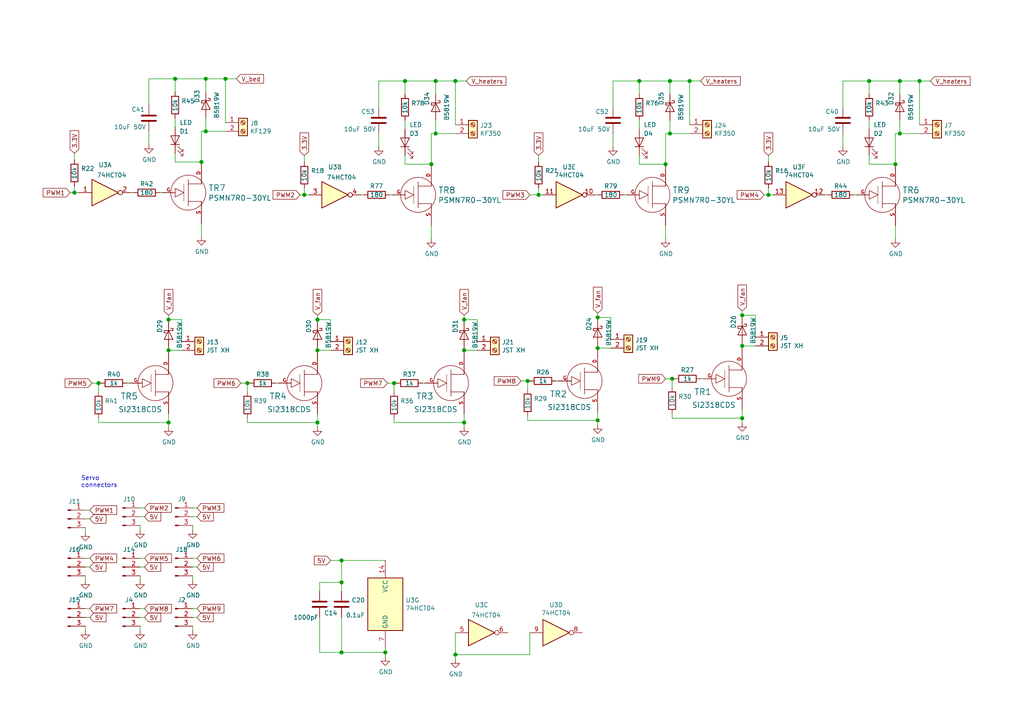
<source format=kicad_sch>
(kicad_sch (version 20210126) (generator eeschema)
  (paper "A4")
  (lib_symbols
    (symbol "Connector:Conn_01x03_Male" (pin_names hide)
      (property "Reference" "J" (at 0 5.08 0))
      (property "Value" "Conn_01x03_Male" (at 0 -5.08 0))
      (symbol "Conn_01x03_Male_1_1"
        (pin passive line (at 5.08 2.54 180) (length 3.81) (name "Pin_1") (number "1"))
        (pin passive line (at 5.08 0 180) (length 3.81) (name "Pin_2") (number "2"))
        (pin passive line (at 5.08 -2.54 180) (length 3.81) (name "Pin_3") (number "3"))
      )
    )
    (symbol "Connector:Screw_Terminal_01x02" (pin_names hide)
      (property "Reference" "J" (at 0 2.54 0))
      (property "Value" "Screw_Terminal_01x02" (at 0 -5.08 0))
      (symbol "Screw_Terminal_01x02_1_1"
        (pin passive line (at -5.08 0 0) (length 3.81) (name "Pin_1") (number "1"))
        (pin passive line (at -5.08 -2.54 0) (length 3.81) (name "Pin_2") (number "2"))
      )
    )
    (symbol "Device:C" (pin_numbers hide) (pin_names (offset 0.254))
      (property "Reference" "C" (at 0.635 2.54 0))
      (property "Value" "C" (at 0.635 -2.54 0))
      (symbol "C_1_1"
        (pin passive line (at 0 3.81 270) (length 2.794) (name "~") (number "1"))
        (pin passive line (at 0 -3.81 90) (length 2.794) (name "~") (number "2"))
      )
    )
    (symbol "Device:D_Schottky" (pin_numbers hide) (pin_names hide)
      (property "Reference" "D" (at 0 2.54 0))
      (property "Value" "D_Schottky" (at 0 -2.54 0))
      (symbol "D_Schottky_1_1"
        (pin passive line (at -3.81 0 0) (length 2.54) (name "K") (number "1"))
        (pin passive line (at 3.81 0 180) (length 2.54) (name "A") (number "2"))
      )
    )
    (symbol "Device:LED" (pin_numbers hide) (pin_names hide)
      (property "Reference" "D" (at 0 2.54 0))
      (property "Value" "LED" (at 0 -2.54 0))
      (symbol "LED_1_1"
        (pin passive line (at -3.81 0 0) (length 2.54) (name "K") (number "1"))
        (pin passive line (at 3.81 0 180) (length 2.54) (name "A") (number "2"))
      )
    )
    (symbol "Device:R" (pin_numbers hide) (pin_names (offset 0))
      (property "Reference" "R" (at 2.032 0 90))
      (property "Value" "R" (at 0 0 90))
      (symbol "R_1_1"
        (pin passive line (at 0 3.81 270) (length 1.27) (name "~") (number "1"))
        (pin passive line (at 0 -3.81 90) (length 1.27) (name "~") (number "2"))
      )
    )
    (symbol "Logic_74xx:74HCT04"
      (property "Reference" "U" (at 0 1.27 0))
      (property "Value" "74HCT04" (at 0 -1.27 0))
      (symbol "74HCT04_1_0"
        (pin input line (at -7.62 0 0) (length 3.81) (name "~") (number "1"))
        (pin output inverted (at 7.62 0 180) (length 3.81) (name "~") (number "2"))
      )
      (symbol "74HCT04_2_0"
        (pin input line (at -7.62 0 0) (length 3.81) (name "~") (number "3"))
        (pin output inverted (at 7.62 0 180) (length 3.81) (name "~") (number "4"))
      )
      (symbol "74HCT04_3_0"
        (pin input line (at -7.62 0 0) (length 3.81) (name "~") (number "5"))
        (pin output inverted (at 7.62 0 180) (length 3.81) (name "~") (number "6"))
      )
      (symbol "74HCT04_4_0"
        (pin output inverted (at 7.62 0 180) (length 3.81) (name "~") (number "8"))
        (pin input line (at -7.62 0 0) (length 3.81) (name "~") (number "9"))
      )
      (symbol "74HCT04_5_0"
        (pin output inverted (at 7.62 0 180) (length 3.81) (name "~") (number "10"))
        (pin input line (at -7.62 0 0) (length 3.81) (name "~") (number "11"))
      )
      (symbol "74HCT04_6_0"
        (pin output inverted (at 7.62 0 180) (length 3.81) (name "~") (number "12"))
        (pin input line (at -7.62 0 0) (length 3.81) (name "~") (number "13"))
      )
      (symbol "74HCT04_7_0"
        (pin power_in line (at 0 12.7 270) (length 5.08) (name "VCC") (number "14"))
        (pin power_in line (at 0 -12.7 90) (length 5.08) (name "GND") (number "7"))
      )
    )
    (symbol "bsh105:BSH105" (pin_names (offset 0.762) hide)
      (property "Reference" "TR" (at -2.4638 6.35 0))
      (property "Value" "BSH105" (at -3.7338 -7.5438 0))
      (symbol "BSH105_1_1"
        (pin passive line (at 3.81 8.89 270) (length 6.35) (name "D") (number "D"))
        (pin input line (at -7.62 0 0) (length 3.81) (name "G") (number "G"))
        (pin passive line (at 3.81 -8.89 90) (length 6.35) (name "S") (number "S"))
      )
    )
    (symbol "ipd036n04l:IPD036N04L" (pin_names (offset 0.762) hide)
      (property "Reference" "TR" (at -2.4638 6.35 0))
      (property "Value" "IPD036N04L" (at -3.7338 -7.5438 0))
      (symbol "IPD036N04L_1_1"
        (pin passive line (at 3.81 8.89 270) (length 6.35) (name "D") (number "D"))
        (pin input line (at -7.62 0 0) (length 3.81) (name "G") (number "G"))
        (pin passive line (at 3.81 -8.89 90) (length 6.35) (name "S") (number "S"))
      )
    )
    (symbol "power:GND" (power) (pin_names (offset 0))
      (property "Value" "GND" (at 0 -3.81 0))
      (symbol "GND_1_1"
        (pin power_in line (at 0 0 270) (length 0) hide (name "GND") (number "1"))
      )
    )
  )
  (junction (at 21.59 55.88) (diameter 1.016))
  (junction (at 28.575 111.125) (diameter 1.016))
  (junction (at 48.895 92.71) (diameter 1.016))
  (junction (at 48.895 101.6) (diameter 1.016))
  (junction (at 48.895 122.555) (diameter 1.016))
  (junction (at 50.8 22.86) (diameter 1.016))
  (junction (at 58.42 46.99) (diameter 1.016))
  (junction (at 59.69 22.86) (diameter 1.016))
  (junction (at 59.69 38.1) (diameter 1.016))
  (junction (at 65.405 22.86) (diameter 1.016))
  (junction (at 71.755 111.125) (diameter 1.016))
  (junction (at 88.265 56.515) (diameter 1.016))
  (junction (at 92.075 92.71) (diameter 1.016))
  (junction (at 92.075 101.6) (diameter 1.016))
  (junction (at 92.075 122.555) (diameter 1.016))
  (junction (at 99.06 162.56) (diameter 1.016))
  (junction (at 99.06 168.91) (diameter 1.016))
  (junction (at 99.06 189.23) (diameter 1.016))
  (junction (at 111.76 189.23) (diameter 1.016))
  (junction (at 114.3 111.125) (diameter 1.016))
  (junction (at 117.475 23.495) (diameter 1.016))
  (junction (at 125.095 47.625) (diameter 1.016))
  (junction (at 126.365 23.495) (diameter 1.016))
  (junction (at 126.365 38.735) (diameter 1.016))
  (junction (at 132.08 23.495) (diameter 1.016))
  (junction (at 132.08 189.865) (diameter 1.016))
  (junction (at 134.62 92.71) (diameter 1.016))
  (junction (at 134.62 101.6) (diameter 1.016))
  (junction (at 134.62 122.555) (diameter 1.016))
  (junction (at 153.035 110.49) (diameter 1.016))
  (junction (at 156.21 56.515) (diameter 1.016))
  (junction (at 173.355 92.075) (diameter 1.016))
  (junction (at 173.355 100.965) (diameter 1.016))
  (junction (at 173.355 121.92) (diameter 1.016))
  (junction (at 185.42 23.495) (diameter 1.016))
  (junction (at 193.04 47.625) (diameter 1.016))
  (junction (at 194.31 23.495) (diameter 1.016))
  (junction (at 194.31 38.735) (diameter 1.016))
  (junction (at 194.945 109.855) (diameter 1.016))
  (junction (at 200.025 23.495) (diameter 1.016))
  (junction (at 215.265 91.44) (diameter 1.016))
  (junction (at 215.265 100.33) (diameter 1.016))
  (junction (at 215.265 121.285) (diameter 1.016))
  (junction (at 222.885 56.515) (diameter 1.016))
  (junction (at 252.095 23.495) (diameter 1.016))
  (junction (at 259.715 47.625) (diameter 1.016))
  (junction (at 260.985 23.495) (diameter 1.016))
  (junction (at 260.985 38.735) (diameter 1.016))
  (junction (at 266.7 23.495) (diameter 1.016))
  (wire (pts (xy 20.32 55.88) (xy 21.59 55.88)))
  (wire (pts (xy 21.59 46.355) (xy 21.59 44.45)))
  (wire (pts (xy 21.59 53.975) (xy 21.59 55.88)))
  (wire (pts (xy 21.59 55.88) (xy 22.86 55.88)))
  (wire (pts (xy 24.765 150.495) (xy 26.035 150.495)))
  (wire (pts (xy 24.765 154.305) (xy 24.765 153.035)))
  (wire (pts (xy 24.765 164.465) (xy 26.035 164.465)))
  (wire (pts (xy 24.765 168.275) (xy 24.765 167.005)))
  (wire (pts (xy 24.765 179.07) (xy 26.035 179.07)))
  (wire (pts (xy 24.765 182.88) (xy 24.765 181.61)))
  (wire (pts (xy 26.035 147.955) (xy 24.765 147.955)))
  (wire (pts (xy 26.035 161.925) (xy 24.765 161.925)))
  (wire (pts (xy 26.035 176.53) (xy 24.765 176.53)))
  (wire (pts (xy 26.67 111.125) (xy 28.575 111.125)))
  (wire (pts (xy 28.575 111.125) (xy 29.21 111.125)))
  (wire (pts (xy 28.575 113.665) (xy 28.575 111.125)))
  (wire (pts (xy 28.575 121.285) (xy 28.575 122.555)))
  (wire (pts (xy 28.575 122.555) (xy 48.895 122.555)))
  (wire (pts (xy 37.465 111.125) (xy 36.83 111.125)))
  (wire (pts (xy 38.1 55.88) (xy 38.735 55.88)))
  (wire (pts (xy 40.64 149.86) (xy 41.91 149.86)))
  (wire (pts (xy 40.64 153.67) (xy 40.64 152.4)))
  (wire (pts (xy 40.64 164.465) (xy 41.91 164.465)))
  (wire (pts (xy 40.64 168.275) (xy 40.64 167.005)))
  (wire (pts (xy 40.64 179.07) (xy 41.91 179.07)))
  (wire (pts (xy 40.64 182.88) (xy 40.64 181.61)))
  (wire (pts (xy 41.91 147.32) (xy 40.64 147.32)))
  (wire (pts (xy 41.91 161.925) (xy 40.64 161.925)))
  (wire (pts (xy 41.91 176.53) (xy 40.64 176.53)))
  (wire (pts (xy 43.18 22.86) (xy 50.8 22.86)))
  (wire (pts (xy 43.18 30.48) (xy 43.18 22.86)))
  (wire (pts (xy 43.18 38.1) (xy 43.18 41.91)))
  (wire (pts (xy 46.355 55.88) (xy 46.99 55.88)))
  (wire (pts (xy 48.895 91.44) (xy 48.895 92.71)))
  (wire (pts (xy 48.895 92.71) (xy 48.895 93.345)))
  (wire (pts (xy 48.895 100.965) (xy 48.895 101.6)))
  (wire (pts (xy 48.895 101.6) (xy 48.895 102.235)))
  (wire (pts (xy 48.895 120.015) (xy 48.895 122.555)))
  (wire (pts (xy 48.895 122.555) (xy 48.895 123.825)))
  (wire (pts (xy 50.8 22.86) (xy 59.69 22.86)))
  (wire (pts (xy 50.8 26.67) (xy 50.8 22.86)))
  (wire (pts (xy 50.8 34.29) (xy 50.8 36.83)))
  (wire (pts (xy 50.8 44.45) (xy 50.8 46.99)))
  (wire (pts (xy 50.8 46.99) (xy 58.42 46.99)))
  (wire (pts (xy 52.705 92.71) (xy 48.895 92.71)))
  (wire (pts (xy 52.705 99.06) (xy 52.705 92.71)))
  (wire (pts (xy 52.705 101.6) (xy 48.895 101.6)))
  (wire (pts (xy 55.88 149.86) (xy 57.15 149.86)))
  (wire (pts (xy 55.88 153.67) (xy 55.88 152.4)))
  (wire (pts (xy 55.88 164.465) (xy 57.15 164.465)))
  (wire (pts (xy 55.88 168.275) (xy 55.88 167.005)))
  (wire (pts (xy 55.88 179.07) (xy 57.15 179.07)))
  (wire (pts (xy 55.88 182.88) (xy 55.88 181.61)))
  (wire (pts (xy 57.15 147.32) (xy 55.88 147.32)))
  (wire (pts (xy 57.15 161.925) (xy 55.88 161.925)))
  (wire (pts (xy 57.15 176.53) (xy 55.88 176.53)))
  (wire (pts (xy 58.42 46.99) (xy 58.42 38.1)))
  (wire (pts (xy 58.42 64.77) (xy 58.42 68.58)))
  (wire (pts (xy 59.69 22.86) (xy 65.405 22.86)))
  (wire (pts (xy 59.69 26.67) (xy 59.69 22.86)))
  (wire (pts (xy 59.69 34.29) (xy 59.69 38.1)))
  (wire (pts (xy 59.69 38.1) (xy 58.42 38.1)))
  (wire (pts (xy 59.69 38.1) (xy 65.405 38.1)))
  (wire (pts (xy 65.405 22.86) (xy 68.58 22.86)))
  (wire (pts (xy 65.405 35.56) (xy 65.405 22.86)))
  (wire (pts (xy 69.85 111.125) (xy 71.755 111.125)))
  (wire (pts (xy 71.755 111.125) (xy 72.39 111.125)))
  (wire (pts (xy 71.755 113.665) (xy 71.755 111.125)))
  (wire (pts (xy 71.755 121.285) (xy 71.755 122.555)))
  (wire (pts (xy 71.755 122.555) (xy 92.075 122.555)))
  (wire (pts (xy 80.645 111.125) (xy 80.01 111.125)))
  (wire (pts (xy 86.995 56.515) (xy 88.265 56.515)))
  (wire (pts (xy 88.265 46.99) (xy 88.265 45.085)))
  (wire (pts (xy 88.265 54.61) (xy 88.265 56.515)))
  (wire (pts (xy 88.265 56.515) (xy 89.535 56.515)))
  (wire (pts (xy 92.075 91.44) (xy 92.075 92.71)))
  (wire (pts (xy 92.075 92.71) (xy 92.075 93.345)))
  (wire (pts (xy 92.075 100.965) (xy 92.075 101.6)))
  (wire (pts (xy 92.075 101.6) (xy 92.075 102.235)))
  (wire (pts (xy 92.075 120.015) (xy 92.075 122.555)))
  (wire (pts (xy 92.075 122.555) (xy 92.075 123.825)))
  (wire (pts (xy 92.71 168.91) (xy 99.06 168.91)))
  (wire (pts (xy 92.71 171.45) (xy 92.71 168.91)))
  (wire (pts (xy 92.71 179.07) (xy 92.71 189.23)))
  (wire (pts (xy 92.71 189.23) (xy 99.06 189.23)))
  (wire (pts (xy 95.885 92.71) (xy 92.075 92.71)))
  (wire (pts (xy 95.885 99.06) (xy 95.885 92.71)))
  (wire (pts (xy 95.885 101.6) (xy 92.075 101.6)))
  (wire (pts (xy 95.885 162.56) (xy 99.06 162.56)))
  (wire (pts (xy 99.06 162.56) (xy 111.76 162.56)))
  (wire (pts (xy 99.06 168.91) (xy 99.06 162.56)))
  (wire (pts (xy 99.06 171.45) (xy 99.06 168.91)))
  (wire (pts (xy 99.06 179.07) (xy 99.06 189.23)))
  (wire (pts (xy 99.06 189.23) (xy 111.76 189.23)))
  (wire (pts (xy 104.775 56.515) (xy 105.41 56.515)))
  (wire (pts (xy 109.855 23.495) (xy 117.475 23.495)))
  (wire (pts (xy 109.855 31.115) (xy 109.855 23.495)))
  (wire (pts (xy 109.855 38.735) (xy 109.855 42.545)))
  (wire (pts (xy 111.76 187.96) (xy 111.76 189.23)))
  (wire (pts (xy 111.76 189.23) (xy 111.76 190.5)))
  (wire (pts (xy 112.395 111.125) (xy 114.3 111.125)))
  (wire (pts (xy 113.03 56.515) (xy 113.665 56.515)))
  (wire (pts (xy 114.3 111.125) (xy 114.935 111.125)))
  (wire (pts (xy 114.3 113.665) (xy 114.3 111.125)))
  (wire (pts (xy 114.3 121.285) (xy 114.3 122.555)))
  (wire (pts (xy 114.3 122.555) (xy 134.62 122.555)))
  (wire (pts (xy 117.475 23.495) (xy 126.365 23.495)))
  (wire (pts (xy 117.475 27.305) (xy 117.475 23.495)))
  (wire (pts (xy 117.475 34.925) (xy 117.475 37.465)))
  (wire (pts (xy 117.475 45.085) (xy 117.475 47.625)))
  (wire (pts (xy 117.475 47.625) (xy 125.095 47.625)))
  (wire (pts (xy 123.19 111.125) (xy 122.555 111.125)))
  (wire (pts (xy 125.095 47.625) (xy 125.095 38.735)))
  (wire (pts (xy 125.095 65.405) (xy 125.095 69.215)))
  (wire (pts (xy 126.365 23.495) (xy 132.08 23.495)))
  (wire (pts (xy 126.365 27.305) (xy 126.365 23.495)))
  (wire (pts (xy 126.365 34.925) (xy 126.365 38.735)))
  (wire (pts (xy 126.365 38.735) (xy 125.095 38.735)))
  (wire (pts (xy 126.365 38.735) (xy 132.08 38.735)))
  (wire (pts (xy 132.08 23.495) (xy 135.255 23.495)))
  (wire (pts (xy 132.08 36.195) (xy 132.08 23.495)))
  (wire (pts (xy 132.08 183.515) (xy 132.08 189.865)))
  (wire (pts (xy 132.08 189.865) (xy 132.08 191.135)))
  (wire (pts (xy 134.62 91.44) (xy 134.62 92.71)))
  (wire (pts (xy 134.62 92.71) (xy 134.62 93.345)))
  (wire (pts (xy 134.62 100.965) (xy 134.62 101.6)))
  (wire (pts (xy 134.62 101.6) (xy 134.62 102.235)))
  (wire (pts (xy 134.62 120.015) (xy 134.62 122.555)))
  (wire (pts (xy 134.62 122.555) (xy 134.62 123.825)))
  (wire (pts (xy 138.43 92.71) (xy 134.62 92.71)))
  (wire (pts (xy 138.43 99.06) (xy 138.43 92.71)))
  (wire (pts (xy 138.43 101.6) (xy 134.62 101.6)))
  (wire (pts (xy 151.13 110.49) (xy 153.035 110.49)))
  (wire (pts (xy 153.035 110.49) (xy 153.67 110.49)))
  (wire (pts (xy 153.035 113.03) (xy 153.035 110.49)))
  (wire (pts (xy 153.035 120.65) (xy 153.035 121.92)))
  (wire (pts (xy 153.035 121.92) (xy 173.355 121.92)))
  (wire (pts (xy 153.67 56.515) (xy 156.21 56.515)))
  (wire (pts (xy 153.67 183.515) (xy 153.67 189.865)))
  (wire (pts (xy 153.67 189.865) (xy 132.08 189.865)))
  (wire (pts (xy 156.21 46.99) (xy 156.21 45.085)))
  (wire (pts (xy 156.21 54.61) (xy 156.21 56.515)))
  (wire (pts (xy 156.21 56.515) (xy 157.48 56.515)))
  (wire (pts (xy 161.925 110.49) (xy 161.29 110.49)))
  (wire (pts (xy 172.72 56.515) (xy 173.355 56.515)))
  (wire (pts (xy 173.355 90.805) (xy 173.355 92.075)))
  (wire (pts (xy 173.355 92.075) (xy 173.355 92.71)))
  (wire (pts (xy 173.355 100.33) (xy 173.355 100.965)))
  (wire (pts (xy 173.355 100.965) (xy 173.355 101.6)))
  (wire (pts (xy 173.355 119.38) (xy 173.355 121.92)))
  (wire (pts (xy 173.355 121.92) (xy 173.355 123.19)))
  (wire (pts (xy 177.165 92.075) (xy 173.355 92.075)))
  (wire (pts (xy 177.165 98.425) (xy 177.165 92.075)))
  (wire (pts (xy 177.165 100.965) (xy 173.355 100.965)))
  (wire (pts (xy 177.8 23.495) (xy 185.42 23.495)))
  (wire (pts (xy 177.8 31.115) (xy 177.8 23.495)))
  (wire (pts (xy 177.8 38.735) (xy 177.8 42.545)))
  (wire (pts (xy 180.975 56.515) (xy 181.61 56.515)))
  (wire (pts (xy 185.42 23.495) (xy 194.31 23.495)))
  (wire (pts (xy 185.42 27.305) (xy 185.42 23.495)))
  (wire (pts (xy 185.42 34.925) (xy 185.42 37.465)))
  (wire (pts (xy 185.42 45.085) (xy 185.42 47.625)))
  (wire (pts (xy 185.42 47.625) (xy 193.04 47.625)))
  (wire (pts (xy 193.04 47.625) (xy 193.04 38.735)))
  (wire (pts (xy 193.04 65.405) (xy 193.04 69.215)))
  (wire (pts (xy 193.04 109.855) (xy 194.945 109.855)))
  (wire (pts (xy 194.31 23.495) (xy 200.025 23.495)))
  (wire (pts (xy 194.31 27.305) (xy 194.31 23.495)))
  (wire (pts (xy 194.31 34.925) (xy 194.31 38.735)))
  (wire (pts (xy 194.31 38.735) (xy 193.04 38.735)))
  (wire (pts (xy 194.31 38.735) (xy 200.025 38.735)))
  (wire (pts (xy 194.945 109.855) (xy 195.58 109.855)))
  (wire (pts (xy 194.945 112.395) (xy 194.945 109.855)))
  (wire (pts (xy 194.945 120.015) (xy 194.945 121.285)))
  (wire (pts (xy 194.945 121.285) (xy 215.265 121.285)))
  (wire (pts (xy 200.025 23.495) (xy 203.2 23.495)))
  (wire (pts (xy 200.025 36.195) (xy 200.025 23.495)))
  (wire (pts (xy 203.835 109.855) (xy 203.2 109.855)))
  (wire (pts (xy 215.265 90.17) (xy 215.265 91.44)))
  (wire (pts (xy 215.265 91.44) (xy 215.265 92.075)))
  (wire (pts (xy 215.265 99.695) (xy 215.265 100.33)))
  (wire (pts (xy 215.265 100.33) (xy 215.265 100.965)))
  (wire (pts (xy 215.265 118.745) (xy 215.265 121.285)))
  (wire (pts (xy 215.265 121.285) (xy 215.265 122.555)))
  (wire (pts (xy 219.075 91.44) (xy 215.265 91.44)))
  (wire (pts (xy 219.075 97.79) (xy 219.075 91.44)))
  (wire (pts (xy 219.075 100.33) (xy 215.265 100.33)))
  (wire (pts (xy 221.615 56.515) (xy 222.885 56.515)))
  (wire (pts (xy 222.885 46.99) (xy 222.885 45.085)))
  (wire (pts (xy 222.885 54.61) (xy 222.885 56.515)))
  (wire (pts (xy 222.885 56.515) (xy 224.155 56.515)))
  (wire (pts (xy 239.395 56.515) (xy 240.03 56.515)))
  (wire (pts (xy 244.475 23.495) (xy 252.095 23.495)))
  (wire (pts (xy 244.475 31.115) (xy 244.475 23.495)))
  (wire (pts (xy 244.475 38.735) (xy 244.475 42.545)))
  (wire (pts (xy 247.65 56.515) (xy 248.285 56.515)))
  (wire (pts (xy 252.095 23.495) (xy 260.985 23.495)))
  (wire (pts (xy 252.095 27.305) (xy 252.095 23.495)))
  (wire (pts (xy 252.095 34.925) (xy 252.095 37.465)))
  (wire (pts (xy 252.095 45.085) (xy 252.095 47.625)))
  (wire (pts (xy 252.095 47.625) (xy 259.715 47.625)))
  (wire (pts (xy 259.715 47.625) (xy 259.715 38.735)))
  (wire (pts (xy 259.715 65.405) (xy 259.715 69.215)))
  (wire (pts (xy 260.985 23.495) (xy 266.7 23.495)))
  (wire (pts (xy 260.985 27.305) (xy 260.985 23.495)))
  (wire (pts (xy 260.985 34.925) (xy 260.985 38.735)))
  (wire (pts (xy 260.985 38.735) (xy 259.715 38.735)))
  (wire (pts (xy 260.985 38.735) (xy 266.7 38.735)))
  (wire (pts (xy 266.7 23.495) (xy 269.875 23.495)))
  (wire (pts (xy 266.7 36.195) (xy 266.7 23.495)))
  (text "Servo\nconnectors" (at 23.495 141.605 0) (effects (font (size 1.27 1.27)) (justify left bottom)))
  (global_label "PWM1" (shape input) (at 20.32 55.88 180) (property "Intersheet References" "${INTERSHEET_REFS}" (effects hide)))
  (global_label "3.3V" (shape input) (at 21.59 44.45 90) (property "Intersheet References" "${INTERSHEET_REFS}" (effects hide)))
  (global_label "PWM1" (shape input) (at 26.035 147.955 0) (property "Intersheet References" "${INTERSHEET_REFS}" (effects hide)))
  (global_label "5V" (shape input) (at 26.035 150.495 0) (property "Intersheet References" "${INTERSHEET_REFS}" (effects hide)))
  (global_label "PWM4" (shape input) (at 26.035 161.925 0) (property "Intersheet References" "${INTERSHEET_REFS}" (effects hide)))
  (global_label "5V" (shape input) (at 26.035 164.465 0) (property "Intersheet References" "${INTERSHEET_REFS}" (effects hide)))
  (global_label "PWM7" (shape input) (at 26.035 176.53 0) (property "Intersheet References" "${INTERSHEET_REFS}" (effects hide)))
  (global_label "5V" (shape input) (at 26.035 179.07 0) (property "Intersheet References" "${INTERSHEET_REFS}" (effects hide)))
  (global_label "PWM5" (shape input) (at 26.67 111.125 180) (property "Intersheet References" "${INTERSHEET_REFS}" (effects hide)))
  (global_label "PWM2" (shape input) (at 41.91 147.32 0) (property "Intersheet References" "${INTERSHEET_REFS}" (effects hide)))
  (global_label "5V" (shape input) (at 41.91 149.86 0) (property "Intersheet References" "${INTERSHEET_REFS}" (effects hide)))
  (global_label "PWM5" (shape input) (at 41.91 161.925 0) (property "Intersheet References" "${INTERSHEET_REFS}" (effects hide)))
  (global_label "5V" (shape input) (at 41.91 164.465 0) (property "Intersheet References" "${INTERSHEET_REFS}" (effects hide)))
  (global_label "PWM8" (shape input) (at 41.91 176.53 0) (property "Intersheet References" "${INTERSHEET_REFS}" (effects hide)))
  (global_label "5V" (shape input) (at 41.91 179.07 0) (property "Intersheet References" "${INTERSHEET_REFS}" (effects hide)))
  (global_label "V_fan" (shape input) (at 48.895 91.44 90) (property "Intersheet References" "${INTERSHEET_REFS}" (effects hide)))
  (global_label "PWM3" (shape input) (at 57.15 147.32 0) (property "Intersheet References" "${INTERSHEET_REFS}" (effects hide)))
  (global_label "5V" (shape input) (at 57.15 149.86 0) (property "Intersheet References" "${INTERSHEET_REFS}" (effects hide)))
  (global_label "PWM6" (shape input) (at 57.15 161.925 0) (property "Intersheet References" "${INTERSHEET_REFS}" (effects hide)))
  (global_label "5V" (shape input) (at 57.15 164.465 0) (property "Intersheet References" "${INTERSHEET_REFS}" (effects hide)))
  (global_label "PWM9" (shape input) (at 57.15 176.53 0) (property "Intersheet References" "${INTERSHEET_REFS}" (effects hide)))
  (global_label "5V" (shape input) (at 57.15 179.07 0) (property "Intersheet References" "${INTERSHEET_REFS}" (effects hide)))
  (global_label "V_bed" (shape input) (at 68.58 22.86 0) (property "Intersheet References" "${INTERSHEET_REFS}" (effects hide)))
  (global_label "PWM6" (shape input) (at 69.85 111.125 180) (property "Intersheet References" "${INTERSHEET_REFS}" (effects hide)))
  (global_label "PWM2" (shape input) (at 86.995 56.515 180) (property "Intersheet References" "${INTERSHEET_REFS}" (effects hide)))
  (global_label "3.3V" (shape input) (at 88.265 45.085 90) (property "Intersheet References" "${INTERSHEET_REFS}" (effects hide)))
  (global_label "V_fan" (shape input) (at 92.075 91.44 90) (property "Intersheet References" "${INTERSHEET_REFS}" (effects hide)))
  (global_label "5V" (shape input) (at 95.885 162.56 180) (property "Intersheet References" "${INTERSHEET_REFS}" (effects hide)))
  (global_label "PWM7" (shape input) (at 112.395 111.125 180) (property "Intersheet References" "${INTERSHEET_REFS}" (effects hide)))
  (global_label "V_fan" (shape input) (at 134.62 91.44 90) (property "Intersheet References" "${INTERSHEET_REFS}" (effects hide)))
  (global_label "V_heaters" (shape input) (at 135.255 23.495 0) (property "Intersheet References" "${INTERSHEET_REFS}" (effects hide)))
  (global_label "PWM8" (shape input) (at 151.13 110.49 180) (property "Intersheet References" "${INTERSHEET_REFS}" (effects hide)))
  (global_label "PWM3" (shape input) (at 153.67 56.515 180) (property "Intersheet References" "${INTERSHEET_REFS}" (effects hide)))
  (global_label "3.3V" (shape input) (at 156.21 45.085 90) (property "Intersheet References" "${INTERSHEET_REFS}" (effects hide)))
  (global_label "V_fan" (shape input) (at 173.355 90.805 90) (property "Intersheet References" "${INTERSHEET_REFS}" (effects hide)))
  (global_label "PWM9" (shape input) (at 193.04 109.855 180) (property "Intersheet References" "${INTERSHEET_REFS}" (effects hide)))
  (global_label "V_heaters" (shape input) (at 203.2 23.495 0) (property "Intersheet References" "${INTERSHEET_REFS}" (effects hide)))
  (global_label "V_fan" (shape input) (at 215.265 90.17 90) (property "Intersheet References" "${INTERSHEET_REFS}" (effects hide)))
  (global_label "PWM4" (shape input) (at 221.615 56.515 180) (property "Intersheet References" "${INTERSHEET_REFS}" (effects hide)))
  (global_label "3.3V" (shape input) (at 222.885 45.085 90) (property "Intersheet References" "${INTERSHEET_REFS}" (effects hide)))
  (global_label "V_heaters" (shape input) (at 269.875 23.495 0) (property "Intersheet References" "${INTERSHEET_REFS}" (effects hide)))
  (symbol (lib_id "power:GND") (at 24.765 154.305 0) (unit 1)
    (property "Reference" "#PWR043" (effects hide))
    (property "Value" "GND" (at 24.892 158.6992 0))
  )
  (symbol (lib_id "power:GND") (at 24.765 168.275 0) (unit 1)
    (property "Reference" "#PWR044" (effects hide))
    (property "Value" "GND" (at 24.892 172.6692 0))
  )
  (symbol (lib_id "power:GND") (at 24.765 182.88 0) (unit 1)
    (property "Reference" "#PWR045" (effects hide))
    (property "Value" "GND" (at 24.892 187.2742 0))
  )
  (symbol (lib_id "power:GND") (at 40.64 153.67 0) (unit 1)
    (property "Reference" "#PWR046" (effects hide))
    (property "Value" "GND" (at 40.767 158.0642 0))
  )
  (symbol (lib_id "power:GND") (at 40.64 168.275 0) (unit 1)
    (property "Reference" "#PWR047" (effects hide))
    (property "Value" "GND" (at 40.767 172.6692 0))
  )
  (symbol (lib_id "power:GND") (at 40.64 182.88 0) (unit 1)
    (property "Reference" "#PWR048" (effects hide))
    (property "Value" "GND" (at 40.767 187.2742 0))
  )
  (symbol (lib_id "power:GND") (at 43.18 41.91 0) (unit 1)
    (property "Reference" "#PWR039" (effects hide))
    (property "Value" "GND" (at 43.307 46.3042 0))
  )
  (symbol (lib_id "power:GND") (at 48.895 123.825 0) (unit 1)
    (property "Reference" "#PWR053" (effects hide))
    (property "Value" "GND" (at 49.022 128.2192 0))
  )
  (symbol (lib_id "power:GND") (at 55.88 153.67 0) (unit 1)
    (property "Reference" "#PWR050" (effects hide))
    (property "Value" "GND" (at 56.007 158.0642 0))
  )
  (symbol (lib_id "power:GND") (at 55.88 168.275 0) (unit 1)
    (property "Reference" "#PWR051" (effects hide))
    (property "Value" "GND" (at 56.007 172.6692 0))
  )
  (symbol (lib_id "power:GND") (at 55.88 182.88 0) (unit 1)
    (property "Reference" "#PWR052" (effects hide))
    (property "Value" "GND" (at 56.007 187.2742 0))
  )
  (symbol (lib_id "power:GND") (at 58.42 68.58 0) (unit 1)
    (property "Reference" "#PWR041" (effects hide))
    (property "Value" "GND" (at 58.547 72.9742 0))
  )
  (symbol (lib_id "power:GND") (at 92.075 123.825 0) (unit 1)
    (property "Reference" "#PWR056" (effects hide))
    (property "Value" "GND" (at 92.202 128.2192 0))
  )
  (symbol (lib_id "power:GND") (at 109.855 42.545 0) (unit 1)
    (property "Reference" "#PWR054" (effects hide))
    (property "Value" "GND" (at 109.982 46.9392 0))
  )
  (symbol (lib_id "power:GND") (at 111.76 190.5 0) (unit 1)
    (property "Reference" "#PWR062" (effects hide))
    (property "Value" "GND" (at 111.887 194.8942 0))
  )
  (symbol (lib_id "power:GND") (at 125.095 69.215 0) (unit 1)
    (property "Reference" "#PWR055" (effects hide))
    (property "Value" "GND" (at 125.222 73.6092 0))
  )
  (symbol (lib_id "power:GND") (at 132.08 191.135 0) (unit 1)
    (property "Reference" "#PWR036" (effects hide))
    (property "Value" "GND" (at 132.207 195.5292 0))
  )
  (symbol (lib_id "power:GND") (at 134.62 123.825 0) (unit 1)
    (property "Reference" "#PWR059" (effects hide))
    (property "Value" "GND" (at 134.747 128.2192 0))
  )
  (symbol (lib_id "power:GND") (at 173.355 123.19 0) (unit 1)
    (property "Reference" "#PWR061" (effects hide))
    (property "Value" "GND" (at 173.482 127.5842 0))
  )
  (symbol (lib_id "power:GND") (at 177.8 42.545 0) (unit 1)
    (property "Reference" "#PWR058" (effects hide))
    (property "Value" "GND" (at 177.927 46.9392 0))
  )
  (symbol (lib_id "power:GND") (at 193.04 69.215 0) (unit 1)
    (property "Reference" "#PWR060" (effects hide))
    (property "Value" "GND" (at 193.167 73.6092 0))
  )
  (symbol (lib_id "power:GND") (at 215.265 122.555 0) (unit 1)
    (property "Reference" "#PWR038" (effects hide))
    (property "Value" "GND" (at 215.392 126.9492 0))
  )
  (symbol (lib_id "power:GND") (at 244.475 42.545 0) (unit 1)
    (property "Reference" "#PWR040" (effects hide))
    (property "Value" "GND" (at 244.602 46.9392 0))
  )
  (symbol (lib_id "power:GND") (at 259.715 69.215 0) (unit 1)
    (property "Reference" "#PWR042" (effects hide))
    (property "Value" "GND" (at 259.842 73.6092 0))
  )
  (symbol (lib_id "Device:R") (at 21.59 50.165 0) (unit 1)
    (property "Reference" "R22" (at 23.495 48.895 0) (effects (justify left)))
    (property "Value" "10k" (at 21.59 52.07 90) (effects (justify left)))
    (property "Footprint" "Resistor_SMD:R_0402_1005Metric" (effects hide))
    (property "Part #" "0402WGF1002TCE" (effects hide))
    (property "LCSC Part#" "C25744" (effects hide))
  )
  (symbol (lib_id "Device:R") (at 28.575 117.475 0) (unit 1)
    (property "Reference" "R41" (at 30.353 116.3066 0) (effects (justify left)))
    (property "Value" "10k" (at 28.575 119.38 90) (effects (justify left)))
    (property "Footprint" "Resistor_SMD:R_0402_1005Metric" (effects hide))
    (property "Part #" "0402WGF1002TCE" (effects hide))
    (property "LCSC Part#" "C25744" (effects hide))
  )
  (symbol (lib_id "Device:R") (at 33.02 111.125 270) (unit 1)
    (property "Reference" "R40" (at 33.02 108.585 90))
    (property "Value" "1k" (at 33.02 111.125 90))
    (property "Footprint" "Resistor_SMD:R_0402_1005Metric" (effects hide))
    (property "Part #" "0402WGF1001TCE" (effects hide))
    (property "LCSC Part#" "C11702" (effects hide))
  )
  (symbol (lib_id "Device:R") (at 42.545 55.88 270) (unit 1)
    (property "Reference" "R42" (at 42.545 53.34 90))
    (property "Value" "180" (at 42.545 55.88 90))
    (property "Footprint" "Resistor_SMD:R_0603_1608Metric" (effects hide))
    (property "Part #" "0603WAF1800T5E" (effects hide))
    (property "LCSC Part#" "C22828" (effects hide))
  )
  (symbol (lib_id "Device:R") (at 50.8 30.48 0) (unit 1)
    (property "Reference" "R45" (at 52.578 29.3116 0) (effects (justify left)))
    (property "Value" "10k" (at 50.8 32.385 90) (effects (justify left)))
    (property "Footprint" "Resistor_SMD:R_0402_1005Metric" (effects hide))
    (property "Part #" "0402WGF1002TCE" (effects hide))
    (property "LCSC Part#" "C25744" (effects hide))
  )
  (symbol (lib_id "Device:R") (at 71.755 117.475 0) (unit 1)
    (property "Reference" "R39" (at 73.533 116.3066 0) (effects (justify left)))
    (property "Value" "10k" (at 71.755 119.38 90) (effects (justify left)))
    (property "Footprint" "Resistor_SMD:R_0402_1005Metric" (effects hide))
    (property "Part #" "0402WGF1002TCE" (effects hide))
    (property "LCSC Part#" "C25744" (effects hide))
  )
  (symbol (lib_id "Device:R") (at 76.2 111.125 270) (unit 1)
    (property "Reference" "R38" (at 76.2 108.585 90))
    (property "Value" "1k" (at 76.2 111.125 90))
    (property "Footprint" "Resistor_SMD:R_0402_1005Metric" (effects hide))
    (property "Part #" "0402WGF1001TCE" (effects hide))
    (property "LCSC Part#" "C11702" (effects hide))
  )
  (symbol (lib_id "Device:R") (at 88.265 50.8 0) (unit 1)
    (property "Reference" "R18" (at 90.17 49.53 0) (effects (justify left)))
    (property "Value" "10k" (at 88.265 52.705 90) (effects (justify left)))
    (property "Footprint" "Resistor_SMD:R_0402_1005Metric" (effects hide))
    (property "Part #" "0402WGF1002TCE" (effects hide))
    (property "LCSC Part#" "C25744" (effects hide))
  )
  (symbol (lib_id "Device:R") (at 109.22 56.515 270) (unit 1)
    (property "Reference" "R77" (at 109.22 53.975 90))
    (property "Value" "180" (at 109.22 56.515 90))
    (property "Footprint" "Resistor_SMD:R_0603_1608Metric" (effects hide))
    (property "Part #" "0603WAF1800T5E" (effects hide))
    (property "LCSC Part#" "C22828" (effects hide))
  )
  (symbol (lib_id "Device:R") (at 114.3 117.475 0) (unit 1)
    (property "Reference" "R36" (at 116.078 116.3066 0) (effects (justify left)))
    (property "Value" "10k" (at 114.3 119.38 90) (effects (justify left)))
    (property "Footprint" "Resistor_SMD:R_0402_1005Metric" (effects hide))
    (property "Part #" "0402WGF1002TCE" (effects hide))
    (property "LCSC Part#" "C25744" (effects hide))
  )
  (symbol (lib_id "Device:R") (at 117.475 31.115 0) (unit 1)
    (property "Reference" "R78" (at 119.253 29.9466 0) (effects (justify left)))
    (property "Value" "10k" (at 117.475 33.02 90) (effects (justify left)))
    (property "Footprint" "Resistor_SMD:R_0402_1005Metric" (effects hide))
    (property "Part #" "0402WGF1002TCE" (effects hide))
    (property "LCSC Part#" "C25744" (effects hide))
  )
  (symbol (lib_id "Device:R") (at 118.745 111.125 270) (unit 1)
    (property "Reference" "R37" (at 118.745 108.585 90))
    (property "Value" "1k" (at 118.745 111.125 90))
    (property "Footprint" "Resistor_SMD:R_0402_1005Metric" (effects hide))
    (property "Part #" "0402WGF1001TCE" (effects hide))
    (property "LCSC Part#" "C11702" (effects hide))
  )
  (symbol (lib_id "Device:R") (at 153.035 116.84 0) (unit 1)
    (property "Reference" "R29" (at 154.813 115.6716 0) (effects (justify left)))
    (property "Value" "10k" (at 153.035 118.745 90) (effects (justify left)))
    (property "Footprint" "Resistor_SMD:R_0402_1005Metric" (effects hide))
    (property "Part #" "0402WGF1002TCE" (effects hide))
    (property "LCSC Part#" "C25744" (effects hide))
  )
  (symbol (lib_id "Device:R") (at 156.21 50.8 0) (unit 1)
    (property "Reference" "R21" (at 158.115 49.53 0) (effects (justify left)))
    (property "Value" "10k" (at 156.21 52.705 90) (effects (justify left)))
    (property "Footprint" "Resistor_SMD:R_0402_1005Metric" (effects hide))
    (property "Part #" "0402WGF1002TCE" (effects hide))
    (property "LCSC Part#" "C25744" (effects hide))
  )
  (symbol (lib_id "Device:R") (at 157.48 110.49 270) (unit 1)
    (property "Reference" "R26" (at 157.48 107.95 90))
    (property "Value" "1k" (at 157.48 110.49 90))
    (property "Footprint" "Resistor_SMD:R_0402_1005Metric" (effects hide))
    (property "Part #" "0402WGF1001TCE" (effects hide))
    (property "LCSC Part#" "C11702" (effects hide))
  )
  (symbol (lib_id "Device:R") (at 177.165 56.515 270) (unit 1)
    (property "Reference" "R79" (at 177.165 53.975 90))
    (property "Value" "180" (at 177.165 56.515 90))
    (property "Footprint" "Resistor_SMD:R_0603_1608Metric" (effects hide))
    (property "Part #" "0603WAF1800T5E" (effects hide))
    (property "LCSC Part#" "C22828" (effects hide))
  )
  (symbol (lib_id "Device:R") (at 185.42 31.115 0) (unit 1)
    (property "Reference" "R76" (at 187.198 29.9466 0) (effects (justify left)))
    (property "Value" "10k" (at 185.42 33.02 90) (effects (justify left)))
    (property "Footprint" "Resistor_SMD:R_0402_1005Metric" (effects hide))
    (property "Part #" "0402WGF1002TCE" (effects hide))
    (property "LCSC Part#" "C25744" (effects hide))
  )
  (symbol (lib_id "Device:R") (at 194.945 116.205 0) (unit 1)
    (property "Reference" "R30" (at 196.723 115.0366 0) (effects (justify left)))
    (property "Value" "10k" (at 194.945 118.11 90) (effects (justify left)))
    (property "Footprint" "Resistor_SMD:R_0402_1005Metric" (effects hide))
    (property "Part #" "0402WGF1002TCE" (effects hide))
    (property "LCSC Part#" "C25744" (effects hide))
  )
  (symbol (lib_id "Device:R") (at 199.39 109.855 270) (unit 1)
    (property "Reference" "R27" (at 199.39 107.315 90))
    (property "Value" "1k" (at 199.39 109.855 90))
    (property "Footprint" "Resistor_SMD:R_0402_1005Metric" (effects hide))
    (property "Part #" "0402WGF1001TCE" (effects hide))
    (property "LCSC Part#" "C11702" (effects hide))
  )
  (symbol (lib_id "Device:R") (at 222.885 50.8 0) (unit 1)
    (property "Reference" "R16" (at 224.79 49.53 0) (effects (justify left)))
    (property "Value" "10k" (at 222.885 52.705 90) (effects (justify left)))
    (property "Footprint" "Resistor_SMD:R_0402_1005Metric" (effects hide))
    (property "Part #" "0402WGF1002TCE" (effects hide))
    (property "LCSC Part#" "C25744" (effects hide))
  )
  (symbol (lib_id "Device:R") (at 243.84 56.515 270) (unit 1)
    (property "Reference" "R44" (at 243.84 53.975 90))
    (property "Value" "180" (at 243.84 56.515 90))
    (property "Footprint" "Resistor_SMD:R_0603_1608Metric" (effects hide))
    (property "Part #" "0603WAF1800T5E" (effects hide))
    (property "LCSC Part#" "C22828" (effects hide))
  )
  (symbol (lib_id "Device:R") (at 252.095 31.115 0) (unit 1)
    (property "Reference" "R43" (at 253.873 29.9466 0) (effects (justify left)))
    (property "Value" "10k" (at 252.095 33.02 90) (effects (justify left)))
    (property "Footprint" "Resistor_SMD:R_0402_1005Metric" (effects hide))
    (property "Part #" "0402WGF1002TCE" (effects hide))
    (property "LCSC Part#" "C25744" (effects hide))
  )
  (symbol (lib_id "Device:D_Schottky") (at 48.895 97.155 270) (unit 1)
    (property "Reference" "D29" (at 46.355 94.615 0))
    (property "Value" "B5819W" (at 52.07 97.155 0))
    (property "Footprint" "Diode_SMD:D_SOD-123" (effects hide))
    (property "Part #" "B5819W" (effects hide))
    (property "LCSC Part#" "C8598" (effects hide))
  )
  (symbol (lib_id "Device:D_Schottky") (at 59.69 30.48 270) (unit 1)
    (property "Reference" "D33" (at 57.15 27.94 0))
    (property "Value" "B5819W" (at 62.865 30.48 0))
    (property "Footprint" "Diode_SMD:D_SOD-123" (effects hide))
    (property "Part #" "B5819W" (effects hide))
    (property "LCSC Part#" "C8598" (effects hide))
  )
  (symbol (lib_id "Device:D_Schottky") (at 92.075 97.155 270) (unit 1)
    (property "Reference" "D30" (at 89.535 94.615 0))
    (property "Value" "B5819W" (at 95.25 97.155 0))
    (property "Footprint" "Diode_SMD:D_SOD-123" (effects hide))
    (property "Part #" "B5819W" (effects hide))
    (property "LCSC Part#" "C8598" (effects hide))
  )
  (symbol (lib_id "Device:D_Schottky") (at 126.365 31.115 270) (unit 1)
    (property "Reference" "D34" (at 123.825 28.575 0))
    (property "Value" "B5819W" (at 129.54 31.115 0))
    (property "Footprint" "Diode_SMD:D_SOD-123" (effects hide))
    (property "Part #" "B5819W" (effects hide))
    (property "LCSC Part#" "C8598" (effects hide))
  )
  (symbol (lib_id "Device:D_Schottky") (at 134.62 97.155 270) (unit 1)
    (property "Reference" "D31" (at 132.08 94.615 0))
    (property "Value" "B5819W" (at 137.795 97.155 0))
    (property "Footprint" "Diode_SMD:D_SOD-123" (effects hide))
    (property "Part #" "B5819W" (effects hide))
    (property "LCSC Part#" "C8598" (effects hide))
  )
  (symbol (lib_id "Device:D_Schottky") (at 173.355 96.52 270) (unit 1)
    (property "Reference" "D24" (at 170.815 93.98 0))
    (property "Value" "B5819W" (at 176.53 96.52 0))
    (property "Footprint" "Diode_SMD:D_SOD-123" (effects hide))
    (property "Part #" "B5819W" (effects hide))
    (property "LCSC Part#" "C8598" (effects hide))
  )
  (symbol (lib_id "Device:D_Schottky") (at 194.31 31.115 270) (unit 1)
    (property "Reference" "D35" (at 191.77 28.575 0))
    (property "Value" "B5819W" (at 197.485 31.115 0))
    (property "Footprint" "Diode_SMD:D_SOD-123" (effects hide))
    (property "Part #" "B5819W" (effects hide))
    (property "LCSC Part#" "C8598" (effects hide))
  )
  (symbol (lib_id "Device:D_Schottky") (at 215.265 95.885 270) (unit 1)
    (property "Reference" "D26" (at 212.725 93.345 0))
    (property "Value" "B5819W" (at 218.44 95.885 0))
    (property "Footprint" "Diode_SMD:D_SOD-123" (effects hide))
    (property "Part #" "B5819W" (effects hide))
    (property "LCSC Part#" "C8598" (effects hide))
  )
  (symbol (lib_id "Device:D_Schottky") (at 260.985 31.115 270) (unit 1)
    (property "Reference" "D32" (at 258.445 28.575 0))
    (property "Value" "B5819W" (at 264.16 31.115 0))
    (property "Footprint" "Diode_SMD:D_SOD-123" (effects hide))
    (property "Part #" "B5819W" (effects hide))
    (property "LCSC Part#" "C8598" (effects hide))
  )
  (symbol (lib_id "Device:LED") (at 50.8 40.64 90) (unit 1)
    (property "Reference" "D1" (at 52.07 38.1 90) (effects (justify right)))
    (property "Value" "LED" (at 52.07 35.56 90) (effects (justify right)))
    (property "Footprint" "PrntrBoardV2:LED_0603_1608Metric" (effects hide))
    (property "Part #" "KT-0603R" (effects hide))
    (property "LCSC Part#" "C2286" (effects hide))
  )
  (symbol (lib_id "Device:LED") (at 117.475 41.275 90) (unit 1)
    (property "Reference" "D3" (at 118.745 38.735 90) (effects (justify right)))
    (property "Value" "LED" (at 118.745 36.195 90) (effects (justify right)))
    (property "Footprint" "PrntrBoardV2:LED_0603_1608Metric" (effects hide))
    (property "Part #" "KT-0603R" (effects hide))
    (property "LCSC Part#" "C2286" (effects hide))
  )
  (symbol (lib_id "Device:LED") (at 185.42 41.275 90) (unit 1)
    (property "Reference" "D4" (at 186.69 38.735 90) (effects (justify right)))
    (property "Value" "LED" (at 186.69 36.195 90) (effects (justify right)))
    (property "Footprint" "PrntrBoardV2:LED_0603_1608Metric" (effects hide))
    (property "Part #" "KT-0603R" (effects hide))
    (property "LCSC Part#" "C2286" (effects hide))
  )
  (symbol (lib_id "Device:LED") (at 252.095 41.275 90) (unit 1)
    (property "Reference" "D2" (at 253.365 38.735 90) (effects (justify right)))
    (property "Value" "LED" (at 253.365 36.195 90) (effects (justify right)))
    (property "Footprint" "PrntrBoardV2:LED_0603_1608Metric" (effects hide))
    (property "Part #" "KT-0603R" (effects hide))
    (property "LCSC Part#" "C2286" (effects hide))
  )
  (symbol (lib_id "Connector:Screw_Terminal_01x02") (at 57.785 99.06 0) (unit 1)
    (property "Reference" "J13" (at 59.817 99.2632 0) (effects (justify left)))
    (property "Value" "JST XH" (at 59.817 101.5746 0) (effects (justify left)))
    (property "Footprint" "Connector_JST:JST_XH_B2B-XH-A_1x02_P2.50mm_Vertical" (effects hide))
    (property "THT" "T" (effects hide))
    (property "TME Part#" "A" (effects hide))
  )
  (symbol (lib_id "Connector:Screw_Terminal_01x02") (at 70.485 35.56 0) (unit 1)
    (property "Reference" "J8" (at 72.517 35.7632 0) (effects (justify left)))
    (property "Value" "KF129" (at 72.517 38.0746 0) (effects (justify left)))
    (property "Footprint" "PrntrBoardV2:TerminalBlock_Phoenix_MKDS-1,5-2-5.08_1x02_P5.08mm_Horizontal" (effects hide))
    (property "THT" "T" (effects hide))
    (property "TME Part#" "A" (effects hide))
  )
  (symbol (lib_id "Connector:Screw_Terminal_01x02") (at 100.965 99.06 0) (unit 1)
    (property "Reference" "J12" (at 102.997 99.2632 0) (effects (justify left)))
    (property "Value" "JST XH" (at 102.997 101.5746 0) (effects (justify left)))
    (property "Footprint" "Connector_JST:JST_XH_B2B-XH-A_1x02_P2.50mm_Vertical" (effects hide))
    (property "THT" "T" (effects hide))
    (property "TME Part#" "A" (effects hide))
  )
  (symbol (lib_id "Connector:Screw_Terminal_01x02") (at 137.16 36.195 0) (unit 1)
    (property "Reference" "J23" (at 139.192 36.3982 0) (effects (justify left)))
    (property "Value" "KF350" (at 139.192 38.7096 0) (effects (justify left)))
    (property "Footprint" "PrntrBoardV2:TerminalBlock_Phoenix_PT-1,5-2-3.5-H_1x02_P3.50mm_Horizontal" (effects hide))
    (property "THT" "T" (effects hide))
    (property "TME Part#" "A" (effects hide))
  )
  (symbol (lib_id "Connector:Screw_Terminal_01x02") (at 143.51 99.06 0) (unit 1)
    (property "Reference" "J21" (at 145.542 99.2632 0) (effects (justify left)))
    (property "Value" "JST XH" (at 145.542 101.5746 0) (effects (justify left)))
    (property "Footprint" "Connector_JST:JST_XH_B2B-XH-A_1x02_P2.50mm_Vertical" (effects hide))
    (property "THT" "T" (effects hide))
    (property "TME Part#" "A" (effects hide))
  )
  (symbol (lib_id "Connector:Screw_Terminal_01x02") (at 182.245 98.425 0) (unit 1)
    (property "Reference" "J19" (at 184.277 98.6282 0) (effects (justify left)))
    (property "Value" "JST XH" (at 184.277 100.9396 0) (effects (justify left)))
    (property "Footprint" "Connector_JST:JST_XH_B2B-XH-A_1x02_P2.50mm_Vertical" (effects hide))
    (property "THT" "T" (effects hide))
    (property "TME Part#" "A" (effects hide))
  )
  (symbol (lib_id "Connector:Screw_Terminal_01x02") (at 205.105 36.195 0) (unit 1)
    (property "Reference" "J24" (at 207.137 36.3982 0) (effects (justify left)))
    (property "Value" "KF350" (at 207.137 38.7096 0) (effects (justify left)))
    (property "Footprint" "PrntrBoardV2:TerminalBlock_Phoenix_PT-1,5-2-3.5-H_1x02_P3.50mm_Horizontal" (effects hide))
    (property "THT" "T" (effects hide))
    (property "TME Part#" "A" (effects hide))
  )
  (symbol (lib_id "Connector:Screw_Terminal_01x02") (at 224.155 97.79 0) (unit 1)
    (property "Reference" "J5" (at 226.187 97.9932 0) (effects (justify left)))
    (property "Value" "JST XH" (at 226.187 100.3046 0) (effects (justify left)))
    (property "Footprint" "Connector_JST:JST_XH_B2B-XH-A_1x02_P2.50mm_Vertical" (effects hide))
    (property "THT" "T" (effects hide))
    (property "TME Part#" "A" (effects hide))
  )
  (symbol (lib_id "Connector:Screw_Terminal_01x02") (at 271.78 36.195 0) (unit 1)
    (property "Reference" "J7" (at 273.812 36.3982 0) (effects (justify left)))
    (property "Value" "KF350" (at 273.812 38.7096 0) (effects (justify left)))
    (property "Footprint" "PrntrBoardV2:TerminalBlock_Phoenix_PT-1,5-2-3.5-H_1x02_P3.50mm_Horizontal" (effects hide))
    (property "THT" "T" (effects hide))
    (property "TME Part#" "A" (effects hide))
  )
  (symbol (lib_id "Connector:Conn_01x03_Male") (at 19.685 150.495 0) (unit 1)
    (property "Reference" "J11" (at 21.59 145.415 0))
    (property "Value" "Conn_01x03_Male" (effects hide))
    (property "Footprint" "Connector_PinHeader_2.54mm:PinHeader_1x03_P2.54mm_Vertical" (effects hide))
    (property "THT" "T" (effects hide))
    (property "TME Part#" "A" (effects hide))
  )
  (symbol (lib_id "Connector:Conn_01x03_Male") (at 19.685 164.465 0) (unit 1)
    (property "Reference" "J16" (at 21.59 159.385 0))
    (property "Value" "Conn_01x03_Male" (effects hide))
    (property "Footprint" "Connector_PinHeader_2.54mm:PinHeader_1x03_P2.54mm_Vertical" (effects hide))
    (property "THT" "T" (effects hide))
    (property "TME Part#" "A" (effects hide))
  )
  (symbol (lib_id "Connector:Conn_01x03_Male") (at 19.685 179.07 0) (unit 1)
    (property "Reference" "J15" (at 21.59 173.99 0))
    (property "Value" "Conn_01x03_Male" (effects hide))
    (property "Footprint" "Connector_PinHeader_2.54mm:PinHeader_1x03_P2.54mm_Vertical" (effects hide))
    (property "THT" "T" (effects hide))
    (property "TME Part#" "A" (effects hide))
  )
  (symbol (lib_id "Connector:Conn_01x03_Male") (at 35.56 149.86 0) (unit 1)
    (property "Reference" "J10" (at 37.465 144.78 0))
    (property "Value" "Conn_01x03_Male" (effects hide))
    (property "Footprint" "Connector_PinHeader_2.54mm:PinHeader_1x03_P2.54mm_Vertical" (effects hide))
    (property "THT" "T" (effects hide))
    (property "TME Part#" "A" (effects hide))
  )
  (symbol (lib_id "Connector:Conn_01x03_Male") (at 35.56 164.465 0) (unit 1)
    (property "Reference" "J14" (at 37.465 159.385 0))
    (property "Value" "Conn_01x03_Male" (effects hide))
    (property "Footprint" "Connector_PinHeader_2.54mm:PinHeader_1x03_P2.54mm_Vertical" (effects hide))
    (property "THT" "T" (effects hide))
    (property "TME Part#" "A" (effects hide))
  )
  (symbol (lib_id "Connector:Conn_01x03_Male") (at 35.56 179.07 0) (unit 1)
    (property "Reference" "J4" (at 37.465 173.99 0))
    (property "Value" "Conn_01x03_Male" (effects hide))
    (property "Footprint" "Connector_PinHeader_2.54mm:PinHeader_1x03_P2.54mm_Vertical" (effects hide))
    (property "THT" "T" (effects hide))
    (property "TME Part#" "A" (effects hide))
  )
  (symbol (lib_id "Connector:Conn_01x03_Male") (at 50.8 149.86 0) (unit 1)
    (property "Reference" "J9" (at 52.705 144.78 0))
    (property "Value" "Conn_01x03_Male" (effects hide))
    (property "Footprint" "Connector_PinHeader_2.54mm:PinHeader_1x03_P2.54mm_Vertical" (effects hide))
    (property "THT" "T" (effects hide))
    (property "TME Part#" "A" (effects hide))
  )
  (symbol (lib_id "Connector:Conn_01x03_Male") (at 50.8 164.465 0) (unit 1)
    (property "Reference" "J18" (at 52.705 159.385 0))
    (property "Value" "Conn_01x03_Male" (effects hide))
    (property "Footprint" "Connector_PinHeader_2.54mm:PinHeader_1x03_P2.54mm_Vertical" (effects hide))
    (property "THT" "T" (effects hide))
    (property "TME Part#" "A" (effects hide))
  )
  (symbol (lib_id "Connector:Conn_01x03_Male") (at 50.8 179.07 0) (unit 1)
    (property "Reference" "J2" (at 52.705 173.99 0))
    (property "Value" "Conn_01x03_Male" (effects hide))
    (property "Footprint" "Connector_PinHeader_2.54mm:PinHeader_1x03_P2.54mm_Vertical" (effects hide))
    (property "THT" "T" (effects hide))
    (property "TME Part#" "A" (effects hide))
  )
  (symbol (lib_id "Device:C") (at 43.18 34.29 0) (unit 1)
    (property "Reference" "C41" (at 38.1 31.75 0) (effects (justify left)))
    (property "Value" "10uF 50V" (at 33.02 36.83 0) (effects (justify left)))
    (property "Footprint" "PrntrBoardV2:C_1206_3216Metric" (effects hide))
    (property "Part #" "CL31A106KBHNNNE" (effects hide))
    (property "LCSC Part#" "C13585" (effects hide))
  )
  (symbol (lib_id "Device:C") (at 92.71 175.26 0) (unit 1)
    (property "Reference" "C14" (at 93.98 177.8 0) (effects (justify left)))
    (property "Value" "1000pF" (at 85.09 179.07 0) (effects (justify left)))
    (property "Footprint" "Capacitor_SMD:C_0402_1005Metric" (effects hide))
    (property "Part #" "0402B102K500NT" (effects hide))
    (property "LCSC Part#" "C1523" (effects hide))
  )
  (symbol (lib_id "Device:C") (at 99.06 175.26 0) (unit 1)
    (property "Reference" "C20" (at 101.981 174.0916 0) (effects (justify left)))
    (property "Value" "0.1uF" (at 100.33 178.435 0) (effects (justify left)))
    (property "Footprint" "Capacitor_SMD:C_0402_1005Metric" (effects hide))
    (property "Part #" "CL05B104KO5NNNC" (effects hide))
    (property "LCSC Part#" "C1525" (effects hide))
  )
  (symbol (lib_id "Device:C") (at 109.855 34.925 0) (unit 1)
    (property "Reference" "C53" (at 104.775 32.385 0) (effects (justify left)))
    (property "Value" "10uF 50V" (at 99.695 37.465 0) (effects (justify left)))
    (property "Footprint" "PrntrBoardV2:C_1206_3216Metric" (effects hide))
    (property "Part #" "CL31A106KBHNNNE" (effects hide))
    (property "LCSC Part#" "C13585" (effects hide))
  )
  (symbol (lib_id "Device:C") (at 177.8 34.925 0) (unit 1)
    (property "Reference" "C52" (at 172.72 32.385 0) (effects (justify left)))
    (property "Value" "10uF 50V" (at 167.64 37.465 0) (effects (justify left)))
    (property "Footprint" "PrntrBoardV2:C_1206_3216Metric" (effects hide))
    (property "Part #" "CL31A106KBHNNNE" (effects hide))
    (property "LCSC Part#" "C13585" (effects hide))
  )
  (symbol (lib_id "Device:C") (at 244.475 34.925 0) (unit 1)
    (property "Reference" "C40" (at 239.395 32.385 0) (effects (justify left)))
    (property "Value" "10uF 50V" (at 234.315 37.465 0) (effects (justify left)))
    (property "Footprint" "PrntrBoardV2:C_1206_3216Metric" (effects hide))
    (property "Part #" "CL31A106KBHNNNE" (effects hide))
    (property "LCSC Part#" "C13585" (effects hide))
  )
  (symbol (lib_id "Logic_74xx:74HCT04") (at 30.48 55.88 0) (unit 1)
    (property "Reference" "U3" (at 30.48 47.8282 0))
    (property "Value" "74HCT04" (at 32.385 50.8 0))
    (property "Footprint" "Package_SO:TSSOP-14_4.4x5mm_P0.65mm" (effects hide))
    (property "Datasheet" "https://assets.nexperia.com/documents/data-sheet/74HC_HCT04.pdf" (effects hide))
    (property "Part #" "74HCT04PW,118" (effects hide))
    (property "LCSC Part#" "C131317" (effects hide))
  )
  (symbol (lib_id "Logic_74xx:74HCT04") (at 97.155 56.515 0) (unit 2)
    (property "Reference" "U3" (at 97.155 48.4632 0))
    (property "Value" "74HCT04" (at 99.06 51.435 0))
    (property "Footprint" "Package_SO:TSSOP-14_4.4x5mm_P0.65mm" (effects hide))
    (property "Datasheet" "https://assets.nexperia.com/documents/data-sheet/74HC_HCT04.pdf" (effects hide))
    (property "Part #" "74HCT04PW,118" (effects hide))
    (property "LCSC Part#" "C131317" (effects hide))
  )
  (symbol (lib_id "Logic_74xx:74HCT04") (at 139.7 183.515 0) (unit 3)
    (property "Reference" "U3" (at 139.7 175.4632 0))
    (property "Value" "74HCT04" (at 140.97 178.435 0))
    (property "Footprint" "Package_SO:TSSOP-14_4.4x5mm_P0.65mm" (effects hide))
    (property "Datasheet" "https://assets.nexperia.com/documents/data-sheet/74HC_HCT04.pdf" (effects hide))
    (property "Part #" "74HCT04PW,118" (effects hide))
    (property "LCSC Part#" "C131317" (effects hide))
  )
  (symbol (lib_id "Logic_74xx:74HCT04") (at 161.29 183.515 0) (unit 4)
    (property "Reference" "U3" (at 161.29 175.4632 0))
    (property "Value" "74HCT04" (at 161.29 177.7746 0))
    (property "Footprint" "Package_SO:TSSOP-14_4.4x5mm_P0.65mm" (effects hide))
    (property "Datasheet" "https://assets.nexperia.com/documents/data-sheet/74HC_HCT04.pdf" (effects hide))
    (property "Part #" "74HCT04PW,118" (effects hide))
    (property "LCSC Part#" "C131317" (effects hide))
  )
  (symbol (lib_id "Logic_74xx:74HCT04") (at 165.1 56.515 0) (unit 5)
    (property "Reference" "U3" (at 165.1 48.4632 0))
    (property "Value" "74HCT04" (at 165.1 50.7746 0))
    (property "Footprint" "Package_SO:TSSOP-14_4.4x5mm_P0.65mm" (effects hide))
    (property "Datasheet" "https://assets.nexperia.com/documents/data-sheet/74HC_HCT04.pdf" (effects hide))
    (property "Part #" "74HCT04PW,118" (effects hide))
    (property "LCSC Part#" "C131317" (effects hide))
  )
  (symbol (lib_id "Logic_74xx:74HCT04") (at 231.775 56.515 0) (unit 6)
    (property "Reference" "U3" (at 231.775 48.4632 0))
    (property "Value" "74HCT04" (at 231.775 50.7746 0))
    (property "Footprint" "Package_SO:TSSOP-14_4.4x5mm_P0.65mm" (effects hide))
    (property "Datasheet" "https://assets.nexperia.com/documents/data-sheet/74HC_HCT04.pdf" (effects hide))
    (property "Part #" "74HCT04PW,118" (effects hide))
    (property "LCSC Part#" "C131317" (effects hide))
  )
  (symbol (lib_id "bsh105:BSH105") (at 45.085 111.125 0) (unit 1)
    (property "Reference" "TR5" (at 34.925 114.935 0) (effects (font (size 1.778 1.778)) (justify left)))
    (property "Value" "SI2318CDS" (at 34.29 118.745 0) (effects (font (size 1.524 1.524)) (justify left)))
    (property "Footprint" "PrntrBoardV2:SOT-23" (effects hide))
    (property "Part #" "AO3400A" (effects hide))
    (property "LCSC Part#" "C20917" (effects hide))
  )
  (symbol (lib_id "ipd036n04l:IPD036N04L") (at 54.61 55.88 0) (unit 1)
    (property "Reference" "TR7" (at 60.3758 54.5338 0) (effects (font (size 1.778 1.778)) (justify left)))
    (property "Value" "PSMN7R0-30YL" (at 60.3758 57.4294 0) (effects (font (size 1.524 1.524)) (justify left)))
    (property "Footprint" "PrntrBoardV2:SOT-669_LFPAK" (effects hide))
    (property "Part #" "PSMN1R5-30YLC" (effects hide))
    (property "LCSC Part#" "C427523" (effects hide))
  )
  (symbol (lib_id "bsh105:BSH105") (at 88.265 111.125 0) (unit 1)
    (property "Reference" "TR4" (at 78.105 114.935 0) (effects (font (size 1.778 1.778)) (justify left)))
    (property "Value" "SI2318CDS" (at 77.47 118.745 0) (effects (font (size 1.524 1.524)) (justify left)))
    (property "Footprint" "PrntrBoardV2:SOT-23" (effects hide))
    (property "Part #" "AO3400A" (effects hide))
    (property "LCSC Part#" "C20917" (effects hide))
  )
  (symbol (lib_id "ipd036n04l:IPD036N04L") (at 121.285 56.515 0) (unit 1)
    (property "Reference" "TR8" (at 127.0508 55.1688 0) (effects (font (size 1.778 1.778)) (justify left)))
    (property "Value" "PSMN7R0-30YL" (at 127.0508 58.0644 0) (effects (font (size 1.524 1.524)) (justify left)))
    (property "Footprint" "PrntrBoardV2:SOT-669_LFPAK" (effects hide))
    (property "Part #" "PSMN1R5-30YLC" (effects hide))
    (property "LCSC Part#" "C427523" (effects hide))
  )
  (symbol (lib_id "bsh105:BSH105") (at 130.81 111.125 0) (unit 1)
    (property "Reference" "TR3" (at 120.65 114.935 0) (effects (font (size 1.778 1.778)) (justify left)))
    (property "Value" "SI2318CDS" (at 120.015 118.745 0) (effects (font (size 1.524 1.524)) (justify left)))
    (property "Footprint" "PrntrBoardV2:SOT-23" (effects hide))
    (property "Part #" "AO3400A" (effects hide))
    (property "LCSC Part#" "C20917" (effects hide))
  )
  (symbol (lib_id "bsh105:BSH105") (at 169.545 110.49 0) (unit 1)
    (property "Reference" "TR2" (at 159.385 114.3 0) (effects (font (size 1.778 1.778)) (justify left)))
    (property "Value" "SI2318CDS" (at 158.75 118.11 0) (effects (font (size 1.524 1.524)) (justify left)))
    (property "Footprint" "PrntrBoardV2:SOT-23" (effects hide))
    (property "Part #" "AO3400A" (effects hide))
    (property "LCSC Part#" "C20917" (effects hide))
  )
  (symbol (lib_id "ipd036n04l:IPD036N04L") (at 189.23 56.515 0) (unit 1)
    (property "Reference" "TR9" (at 194.9958 55.1688 0) (effects (font (size 1.778 1.778)) (justify left)))
    (property "Value" "PSMN7R0-30YL" (at 194.9958 58.0644 0) (effects (font (size 1.524 1.524)) (justify left)))
    (property "Footprint" "PrntrBoardV2:SOT-669_LFPAK" (effects hide))
    (property "Part #" "PSMN1R5-30YLC" (effects hide))
    (property "LCSC Part#" "C427523" (effects hide))
  )
  (symbol (lib_id "bsh105:BSH105") (at 211.455 109.855 0) (unit 1)
    (property "Reference" "TR1" (at 201.295 113.665 0) (effects (font (size 1.778 1.778)) (justify left)))
    (property "Value" "SI2318CDS" (at 200.66 117.475 0) (effects (font (size 1.524 1.524)) (justify left)))
    (property "Footprint" "PrntrBoardV2:SOT-23" (effects hide))
    (property "Part #" "AO3400A" (effects hide))
    (property "LCSC Part#" "C20917" (effects hide))
  )
  (symbol (lib_id "ipd036n04l:IPD036N04L") (at 255.905 56.515 0) (unit 1)
    (property "Reference" "TR6" (at 261.6708 55.1688 0) (effects (font (size 1.778 1.778)) (justify left)))
    (property "Value" "PSMN7R0-30YL" (at 261.6708 58.0644 0) (effects (font (size 1.524 1.524)) (justify left)))
    (property "Footprint" "PrntrBoardV2:SOT-669_LFPAK" (effects hide))
    (property "Part #" "PSMN1R5-30YLC" (effects hide))
    (property "LCSC Part#" "C427523" (effects hide))
  )
  (symbol (lib_id "Logic_74xx:74HCT04") (at 111.76 175.26 0) (unit 7)
    (property "Reference" "U3" (at 117.602 174.0916 0) (effects (justify left)))
    (property "Value" "74HCT04" (at 117.602 176.403 0) (effects (justify left)))
    (property "Footprint" "Package_SO:TSSOP-14_4.4x5mm_P0.65mm" (effects hide))
    (property "Datasheet" "https://assets.nexperia.com/documents/data-sheet/74HC_HCT04.pdf" (effects hide))
    (property "Part #" "74HCT04PW,118" (effects hide))
    (property "LCSC Part#" "C131317" (effects hide))
  )
)
</source>
